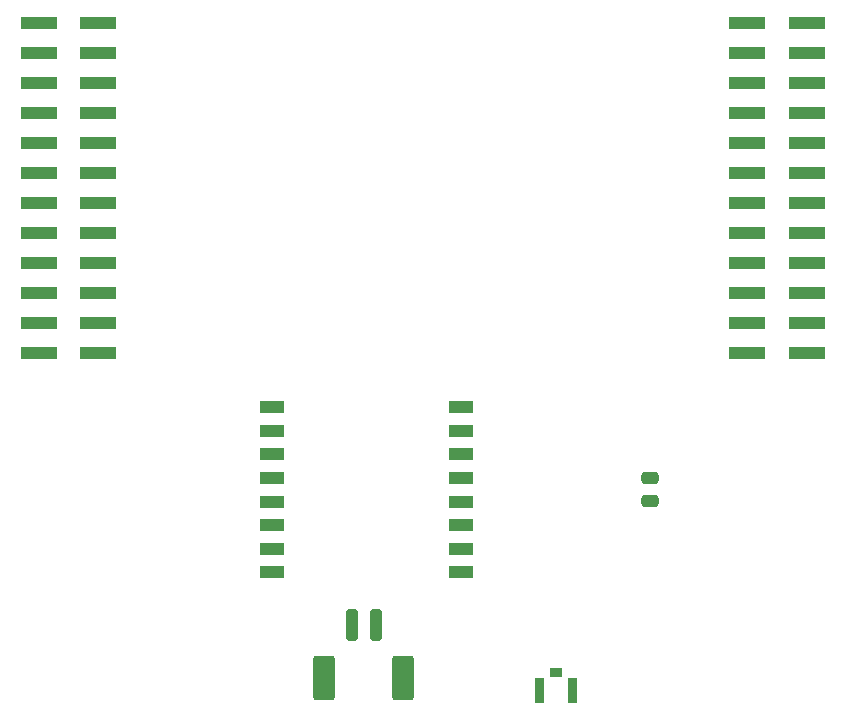
<source format=gbr>
%TF.GenerationSoftware,KiCad,Pcbnew,6.0.1*%
%TF.CreationDate,2022-02-10T22:23:25-06:00*%
%TF.ProjectId,COTS_TELEM,434f5453-5f54-4454-9c45-4d2e6b696361,rev?*%
%TF.SameCoordinates,Original*%
%TF.FileFunction,Paste,Top*%
%TF.FilePolarity,Positive*%
%FSLAX46Y46*%
G04 Gerber Fmt 4.6, Leading zero omitted, Abs format (unit mm)*
G04 Created by KiCad (PCBNEW 6.0.1) date 2022-02-10 22:23:25*
%MOMM*%
%LPD*%
G01*
G04 APERTURE LIST*
G04 Aperture macros list*
%AMRoundRect*
0 Rectangle with rounded corners*
0 $1 Rounding radius*
0 $2 $3 $4 $5 $6 $7 $8 $9 X,Y pos of 4 corners*
0 Add a 4 corners polygon primitive as box body*
4,1,4,$2,$3,$4,$5,$6,$7,$8,$9,$2,$3,0*
0 Add four circle primitives for the rounded corners*
1,1,$1+$1,$2,$3*
1,1,$1+$1,$4,$5*
1,1,$1+$1,$6,$7*
1,1,$1+$1,$8,$9*
0 Add four rect primitives between the rounded corners*
20,1,$1+$1,$2,$3,$4,$5,0*
20,1,$1+$1,$4,$5,$6,$7,0*
20,1,$1+$1,$6,$7,$8,$9,0*
20,1,$1+$1,$8,$9,$2,$3,0*%
G04 Aperture macros list end*
%ADD10RoundRect,0.250000X-0.475000X0.250000X-0.475000X-0.250000X0.475000X-0.250000X0.475000X0.250000X0*%
%ADD11R,3.150000X1.000000*%
%ADD12RoundRect,0.250000X-0.250000X-1.100000X0.250000X-1.100000X0.250000X1.100000X-0.250000X1.100000X0*%
%ADD13RoundRect,0.250000X-0.650000X-1.650000X0.650000X-1.650000X0.650000X1.650000X-0.650000X1.650000X0*%
%ADD14R,2.000000X1.000000*%
G04 APERTURE END LIST*
%TO.C,X1*%
G36*
X13081800Y-36567400D02*
G01*
X12269000Y-36567400D01*
X12269000Y-34433800D01*
X13081800Y-34433800D01*
X13081800Y-36567400D01*
G37*
G36*
X10291000Y-36567400D02*
G01*
X9478200Y-36567400D01*
X9478200Y-34433800D01*
X10291000Y-34433800D01*
X10291000Y-36567400D01*
G37*
G36*
X11762600Y-34357600D02*
G01*
X10797400Y-34357600D01*
X10797400Y-33595600D01*
X11762600Y-33595600D01*
X11762600Y-34357600D01*
G37*
%TD*%
D10*
%TO.C,C1*%
X19230000Y-17560000D03*
X19230000Y-19460000D03*
%TD*%
D11*
%TO.C,J1*%
X32525000Y-6970000D03*
X27475000Y-6970000D03*
X32525000Y-4430000D03*
X27475000Y-4430000D03*
X32525000Y-1890000D03*
X27475000Y-1890000D03*
X32525000Y650000D03*
X27475000Y650000D03*
X32525000Y3190000D03*
X27475000Y3190000D03*
X32525000Y5730000D03*
X27475000Y5730000D03*
X32525000Y8270000D03*
X27475000Y8270000D03*
X32525000Y10810000D03*
X27475000Y10810000D03*
X32525000Y13350000D03*
X27475000Y13350000D03*
X32525000Y15890000D03*
X27475000Y15890000D03*
X32525000Y18430000D03*
X27475000Y18430000D03*
X32525000Y20970000D03*
X27475000Y20970000D03*
%TD*%
D12*
%TO.C,J11*%
X-6000000Y-30000000D03*
X-4000000Y-30000000D03*
D13*
X-8350000Y-34450000D03*
X-1650000Y-34450000D03*
%TD*%
D14*
%TO.C,U1*%
X-12810000Y-11530000D03*
X-12810000Y-13530000D03*
X-12810000Y-15530000D03*
X-12810000Y-17530000D03*
X-12810000Y-19530000D03*
X-12810000Y-21530000D03*
X-12810000Y-23530000D03*
X-12810000Y-25530000D03*
X3190000Y-25530000D03*
X3190000Y-23530000D03*
X3190000Y-21530000D03*
X3190000Y-19530000D03*
X3190000Y-17530000D03*
X3190000Y-15530000D03*
X3190000Y-13530000D03*
X3190000Y-11530000D03*
%TD*%
D11*
%TO.C,J3*%
X-32525000Y20970000D03*
X-27475000Y20970000D03*
X-32525000Y18430000D03*
X-27475000Y18430000D03*
X-32525000Y15890000D03*
X-27475000Y15890000D03*
X-32525000Y13350000D03*
X-27475000Y13350000D03*
X-32525000Y10810000D03*
X-27475000Y10810000D03*
X-32525000Y8270000D03*
X-27475000Y8270000D03*
X-32525000Y5730000D03*
X-27475000Y5730000D03*
X-32525000Y3190000D03*
X-27475000Y3190000D03*
X-32525000Y650000D03*
X-27475000Y650000D03*
X-32525000Y-1890000D03*
X-27475000Y-1890000D03*
X-32525000Y-4430000D03*
X-27475000Y-4430000D03*
X-32525000Y-6970000D03*
X-27475000Y-6970000D03*
%TD*%
M02*

</source>
